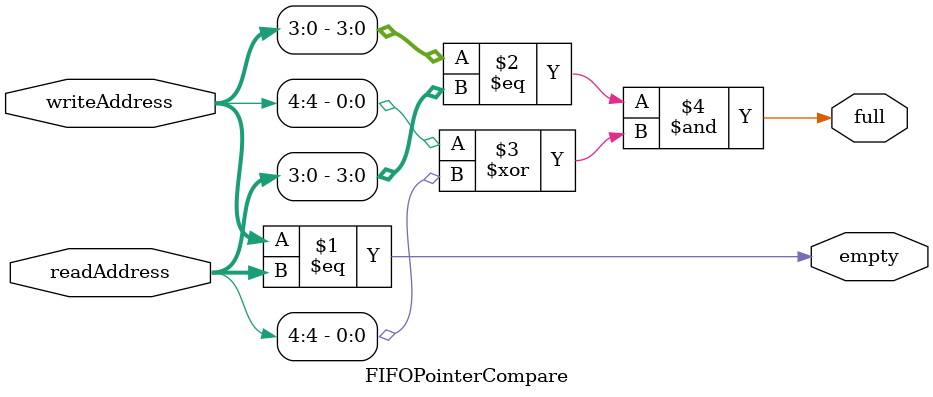
<source format=sv>
`default_nettype none
module FIFOPointerCompare
#(  //------------------------------//---------------------------------------------------
    // Parameters                   // Description(s)
    //------------------------------//---------------------------------------------------
    parameter integer A = 4         //
)  (//------------------------------//---------------------------------------------------
    //                              // Description(s)
    //------------------------------//---------------------------------------------------
    input  wire [A:0] writeAddress, //
    input  wire [A:0] readAddress,  //
    output wire       empty,        //
    output wire       full          //
);

    assign empty = writeAddress == readAddress;
    assign full = (writeAddress[A-1:0] == readAddress[A-1:0]) & (writeAddress[A] ^ readAddress[A]);


endmodule : FIFOPointerCompare
`default_nettype wire

</source>
